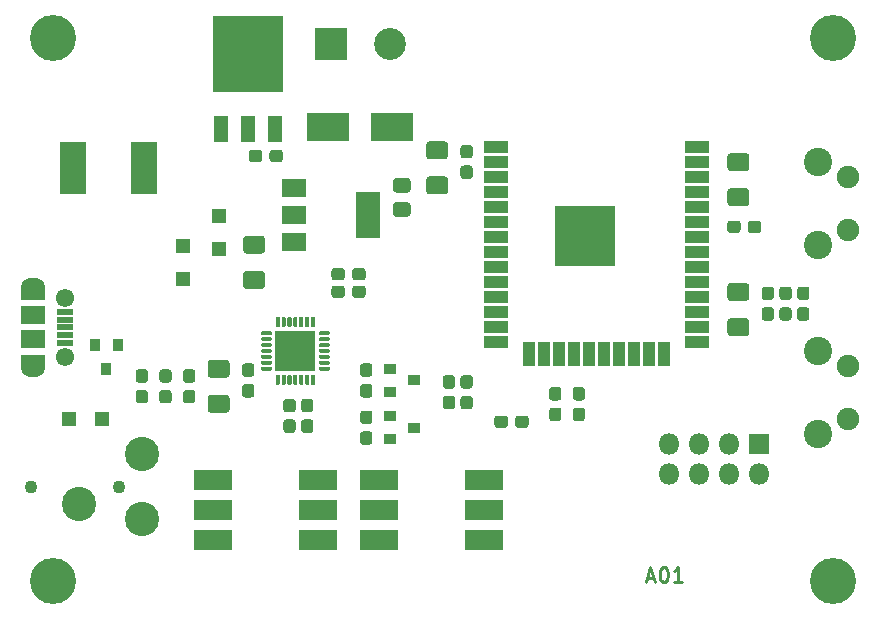
<source format=gbr>
%TF.GenerationSoftware,KiCad,Pcbnew,(5.1.6)-1*%
%TF.CreationDate,2020-08-23T15:49:18+02:00*%
%TF.ProjectId,ESP32MiniDrop,45535033-324d-4696-9e69-44726f702e6b,rev?*%
%TF.SameCoordinates,Original*%
%TF.FileFunction,Soldermask,Top*%
%TF.FilePolarity,Negative*%
%FSLAX46Y46*%
G04 Gerber Fmt 4.6, Leading zero omitted, Abs format (unit mm)*
G04 Created by KiCad (PCBNEW (5.1.6)-1) date 2020-08-23 15:49:18*
%MOMM*%
%LPD*%
G01*
G04 APERTURE LIST*
%ADD10C,0.250000*%
%ADD11C,1.900000*%
%ADD12C,2.400000*%
%ADD13O,1.800000X1.800000*%
%ADD14R,1.800000X1.800000*%
%ADD15C,2.700000*%
%ADD16R,2.700000X2.700000*%
%ADD17C,1.100000*%
%ADD18C,2.900000*%
%ADD19C,3.900000*%
%ADD20R,1.200000X1.200000*%
%ADD21R,0.900000X1.000000*%
%ADD22R,3.600000X2.400000*%
%ADD23R,1.450000X0.500000*%
%ADD24O,2.000000X1.300000*%
%ADD25R,2.000000X1.300000*%
%ADD26C,1.550000*%
%ADD27R,2.000000X1.600000*%
%ADD28R,2.300000X4.500000*%
%ADD29R,1.000000X0.900000*%
%ADD30R,3.450000X3.450000*%
%ADD31R,2.100000X1.000000*%
%ADD32R,1.000000X2.100000*%
%ADD33R,5.100000X5.100000*%
%ADD34R,2.100000X1.600000*%
%ADD35R,2.100000X3.900000*%
%ADD36R,3.200000X1.700000*%
%ADD37R,5.900000X6.500000*%
%ADD38R,1.300000X2.300000*%
G04 APERTURE END LIST*
D10*
X54261904Y-49708333D02*
X54857142Y-49708333D01*
X54142857Y-50065476D02*
X54559523Y-48815476D01*
X54976190Y-50065476D01*
X55630952Y-48815476D02*
X55750000Y-48815476D01*
X55869047Y-48875000D01*
X55928571Y-48934523D01*
X55988095Y-49053571D01*
X56047619Y-49291666D01*
X56047619Y-49589285D01*
X55988095Y-49827380D01*
X55928571Y-49946428D01*
X55869047Y-50005952D01*
X55750000Y-50065476D01*
X55630952Y-50065476D01*
X55511904Y-50005952D01*
X55452380Y-49946428D01*
X55392857Y-49827380D01*
X55333333Y-49589285D01*
X55333333Y-49291666D01*
X55392857Y-49053571D01*
X55452380Y-48934523D01*
X55511904Y-48875000D01*
X55630952Y-48815476D01*
X57238095Y-50065476D02*
X56523809Y-50065476D01*
X56880952Y-50065476D02*
X56880952Y-48815476D01*
X56761904Y-48994047D01*
X56642857Y-49113095D01*
X56523809Y-49172619D01*
D11*
%TO.C,SW1*%
X71245000Y-31750000D03*
X71245000Y-36250000D03*
D12*
X68755000Y-30495000D03*
X68755000Y-37505000D03*
%TD*%
D13*
%TO.C,J5*%
X56134000Y-40894000D03*
X56134000Y-38354000D03*
X58674000Y-40894000D03*
X58674000Y-38354000D03*
X61214000Y-40894000D03*
X61214000Y-38354000D03*
X63754000Y-40894000D03*
D14*
X63754000Y-38354000D03*
%TD*%
D15*
%TO.C,J4*%
X32500000Y-4500000D03*
D16*
X27500000Y-4500000D03*
%TD*%
D17*
%TO.C,J3*%
X2100000Y-42000000D03*
X9600000Y-42000000D03*
D18*
X11500000Y-39250000D03*
X11500000Y-44750000D03*
X6200000Y-43500000D03*
%TD*%
D19*
%TO.C,REF\u002A\u002A*%
X4000000Y-4000000D03*
%TD*%
%TO.C,C2*%
G36*
G01*
X18657456Y-32775000D02*
X17342544Y-32775000D01*
G75*
G02*
X17075000Y-32507456I0J267544D01*
G01*
X17075000Y-31517544D01*
G75*
G02*
X17342544Y-31250000I267544J0D01*
G01*
X18657456Y-31250000D01*
G75*
G02*
X18925000Y-31517544I0J-267544D01*
G01*
X18925000Y-32507456D01*
G75*
G02*
X18657456Y-32775000I-267544J0D01*
G01*
G37*
G36*
G01*
X18657456Y-35750000D02*
X17342544Y-35750000D01*
G75*
G02*
X17075000Y-35482456I0J267544D01*
G01*
X17075000Y-34492544D01*
G75*
G02*
X17342544Y-34225000I267544J0D01*
G01*
X18657456Y-34225000D01*
G75*
G02*
X18925000Y-34492544I0J-267544D01*
G01*
X18925000Y-35482456D01*
G75*
G02*
X18657456Y-35750000I-267544J0D01*
G01*
G37*
%TD*%
%TO.C,C3*%
G36*
G01*
X20237500Y-33300000D02*
X20762500Y-33300000D01*
G75*
G02*
X21025000Y-33562500I0J-262500D01*
G01*
X21025000Y-34187500D01*
G75*
G02*
X20762500Y-34450000I-262500J0D01*
G01*
X20237500Y-34450000D01*
G75*
G02*
X19975000Y-34187500I0J262500D01*
G01*
X19975000Y-33562500D01*
G75*
G02*
X20237500Y-33300000I262500J0D01*
G01*
G37*
G36*
G01*
X20237500Y-31550000D02*
X20762500Y-31550000D01*
G75*
G02*
X21025000Y-31812500I0J-262500D01*
G01*
X21025000Y-32437500D01*
G75*
G02*
X20762500Y-32700000I-262500J0D01*
G01*
X20237500Y-32700000D01*
G75*
G02*
X19975000Y-32437500I0J262500D01*
G01*
X19975000Y-31812500D01*
G75*
G02*
X20237500Y-31550000I262500J0D01*
G01*
G37*
%TD*%
%TO.C,C4*%
G36*
G01*
X39262500Y-33700000D02*
X38737500Y-33700000D01*
G75*
G02*
X38475000Y-33437500I0J262500D01*
G01*
X38475000Y-32812500D01*
G75*
G02*
X38737500Y-32550000I262500J0D01*
G01*
X39262500Y-32550000D01*
G75*
G02*
X39525000Y-32812500I0J-262500D01*
G01*
X39525000Y-33437500D01*
G75*
G02*
X39262500Y-33700000I-262500J0D01*
G01*
G37*
G36*
G01*
X39262500Y-35450000D02*
X38737500Y-35450000D01*
G75*
G02*
X38475000Y-35187500I0J262500D01*
G01*
X38475000Y-34562500D01*
G75*
G02*
X38737500Y-34300000I262500J0D01*
G01*
X39262500Y-34300000D01*
G75*
G02*
X39525000Y-34562500I0J-262500D01*
G01*
X39525000Y-35187500D01*
G75*
G02*
X39262500Y-35450000I-262500J0D01*
G01*
G37*
%TD*%
%TO.C,C5*%
G36*
G01*
X35842544Y-15725000D02*
X37157456Y-15725000D01*
G75*
G02*
X37425000Y-15992544I0J-267544D01*
G01*
X37425000Y-16982456D01*
G75*
G02*
X37157456Y-17250000I-267544J0D01*
G01*
X35842544Y-17250000D01*
G75*
G02*
X35575000Y-16982456I0J267544D01*
G01*
X35575000Y-15992544D01*
G75*
G02*
X35842544Y-15725000I267544J0D01*
G01*
G37*
G36*
G01*
X35842544Y-12750000D02*
X37157456Y-12750000D01*
G75*
G02*
X37425000Y-13017544I0J-267544D01*
G01*
X37425000Y-14007456D01*
G75*
G02*
X37157456Y-14275000I-267544J0D01*
G01*
X35842544Y-14275000D01*
G75*
G02*
X35575000Y-14007456I0J267544D01*
G01*
X35575000Y-13017544D01*
G75*
G02*
X35842544Y-12750000I267544J0D01*
G01*
G37*
%TD*%
%TO.C,C6*%
G36*
G01*
X67762500Y-26200000D02*
X67237500Y-26200000D01*
G75*
G02*
X66975000Y-25937500I0J262500D01*
G01*
X66975000Y-25312500D01*
G75*
G02*
X67237500Y-25050000I262500J0D01*
G01*
X67762500Y-25050000D01*
G75*
G02*
X68025000Y-25312500I0J-262500D01*
G01*
X68025000Y-25937500D01*
G75*
G02*
X67762500Y-26200000I-262500J0D01*
G01*
G37*
G36*
G01*
X67762500Y-27950000D02*
X67237500Y-27950000D01*
G75*
G02*
X66975000Y-27687500I0J262500D01*
G01*
X66975000Y-27062500D01*
G75*
G02*
X67237500Y-26800000I262500J0D01*
G01*
X67762500Y-26800000D01*
G75*
G02*
X68025000Y-27062500I0J-262500D01*
G01*
X68025000Y-27687500D01*
G75*
G02*
X67762500Y-27950000I-262500J0D01*
G01*
G37*
%TD*%
%TO.C,C7*%
G36*
G01*
X21657456Y-22275000D02*
X20342544Y-22275000D01*
G75*
G02*
X20075000Y-22007456I0J267544D01*
G01*
X20075000Y-21017544D01*
G75*
G02*
X20342544Y-20750000I267544J0D01*
G01*
X21657456Y-20750000D01*
G75*
G02*
X21925000Y-21017544I0J-267544D01*
G01*
X21925000Y-22007456D01*
G75*
G02*
X21657456Y-22275000I-267544J0D01*
G01*
G37*
G36*
G01*
X21657456Y-25250000D02*
X20342544Y-25250000D01*
G75*
G02*
X20075000Y-24982456I0J267544D01*
G01*
X20075000Y-23992544D01*
G75*
G02*
X20342544Y-23725000I267544J0D01*
G01*
X21657456Y-23725000D01*
G75*
G02*
X21925000Y-23992544I0J-267544D01*
G01*
X21925000Y-24982456D01*
G75*
G02*
X21657456Y-25250000I-267544J0D01*
G01*
G37*
%TD*%
%TO.C,C8*%
G36*
G01*
X39262500Y-14200000D02*
X38737500Y-14200000D01*
G75*
G02*
X38475000Y-13937500I0J262500D01*
G01*
X38475000Y-13312500D01*
G75*
G02*
X38737500Y-13050000I262500J0D01*
G01*
X39262500Y-13050000D01*
G75*
G02*
X39525000Y-13312500I0J-262500D01*
G01*
X39525000Y-13937500D01*
G75*
G02*
X39262500Y-14200000I-262500J0D01*
G01*
G37*
G36*
G01*
X39262500Y-15950000D02*
X38737500Y-15950000D01*
G75*
G02*
X38475000Y-15687500I0J262500D01*
G01*
X38475000Y-15062500D01*
G75*
G02*
X38737500Y-14800000I262500J0D01*
G01*
X39262500Y-14800000D01*
G75*
G02*
X39525000Y-15062500I0J-262500D01*
G01*
X39525000Y-15687500D01*
G75*
G02*
X39262500Y-15950000I-262500J0D01*
G01*
G37*
%TD*%
%TO.C,C9*%
G36*
G01*
X33978262Y-17100000D02*
X33021738Y-17100000D01*
G75*
G02*
X32750000Y-16828262I0J271738D01*
G01*
X32750000Y-16121738D01*
G75*
G02*
X33021738Y-15850000I271738J0D01*
G01*
X33978262Y-15850000D01*
G75*
G02*
X34250000Y-16121738I0J-271738D01*
G01*
X34250000Y-16828262D01*
G75*
G02*
X33978262Y-17100000I-271738J0D01*
G01*
G37*
G36*
G01*
X33978262Y-19150000D02*
X33021738Y-19150000D01*
G75*
G02*
X32750000Y-18878262I0J271738D01*
G01*
X32750000Y-18171738D01*
G75*
G02*
X33021738Y-17900000I271738J0D01*
G01*
X33978262Y-17900000D01*
G75*
G02*
X34250000Y-18171738I0J-271738D01*
G01*
X34250000Y-18878262D01*
G75*
G02*
X33978262Y-19150000I-271738J0D01*
G01*
G37*
%TD*%
D20*
%TO.C,D1*%
X5350000Y-36250000D03*
X8150000Y-36250000D03*
%TD*%
D21*
%TO.C,D2*%
X8500000Y-32000000D03*
X7550000Y-30000000D03*
X9450000Y-30000000D03*
%TD*%
%TO.C,D3*%
G36*
G01*
X62657456Y-26275000D02*
X61342544Y-26275000D01*
G75*
G02*
X61075000Y-26007456I0J267544D01*
G01*
X61075000Y-25017544D01*
G75*
G02*
X61342544Y-24750000I267544J0D01*
G01*
X62657456Y-24750000D01*
G75*
G02*
X62925000Y-25017544I0J-267544D01*
G01*
X62925000Y-26007456D01*
G75*
G02*
X62657456Y-26275000I-267544J0D01*
G01*
G37*
G36*
G01*
X62657456Y-29250000D02*
X61342544Y-29250000D01*
G75*
G02*
X61075000Y-28982456I0J267544D01*
G01*
X61075000Y-27992544D01*
G75*
G02*
X61342544Y-27725000I267544J0D01*
G01*
X62657456Y-27725000D01*
G75*
G02*
X62925000Y-27992544I0J-267544D01*
G01*
X62925000Y-28982456D01*
G75*
G02*
X62657456Y-29250000I-267544J0D01*
G01*
G37*
%TD*%
%TO.C,D4*%
G36*
G01*
X61342544Y-16725000D02*
X62657456Y-16725000D01*
G75*
G02*
X62925000Y-16992544I0J-267544D01*
G01*
X62925000Y-17982456D01*
G75*
G02*
X62657456Y-18250000I-267544J0D01*
G01*
X61342544Y-18250000D01*
G75*
G02*
X61075000Y-17982456I0J267544D01*
G01*
X61075000Y-16992544D01*
G75*
G02*
X61342544Y-16725000I267544J0D01*
G01*
G37*
G36*
G01*
X61342544Y-13750000D02*
X62657456Y-13750000D01*
G75*
G02*
X62925000Y-14017544I0J-267544D01*
G01*
X62925000Y-15007456D01*
G75*
G02*
X62657456Y-15275000I-267544J0D01*
G01*
X61342544Y-15275000D01*
G75*
G02*
X61075000Y-15007456I0J267544D01*
G01*
X61075000Y-14017544D01*
G75*
G02*
X61342544Y-13750000I267544J0D01*
G01*
G37*
%TD*%
D20*
%TO.C,D5*%
X15000000Y-24400000D03*
X15000000Y-21600000D03*
%TD*%
%TO.C,D6*%
X18000000Y-19100000D03*
X18000000Y-21900000D03*
%TD*%
D22*
%TO.C,D7*%
X32700000Y-11500000D03*
X27300000Y-11500000D03*
%TD*%
D23*
%TO.C,J1*%
X4962500Y-28500000D03*
D24*
X2262500Y-25000000D03*
X2262500Y-32000000D03*
D25*
X2262500Y-31400000D03*
X2262500Y-25600000D03*
D23*
X4962500Y-29150000D03*
D26*
X4962500Y-31000000D03*
D27*
X2262500Y-27500000D03*
D26*
X4962500Y-26000000D03*
D23*
X4962500Y-27850000D03*
D27*
X2262500Y-29500000D03*
D23*
X4962500Y-27200000D03*
X4962500Y-29800000D03*
%TD*%
D28*
%TO.C,J2*%
X5700000Y-15000000D03*
X11700000Y-15000000D03*
%TD*%
D29*
%TO.C,Q1*%
X34500000Y-33000000D03*
X32500000Y-33950000D03*
X32500000Y-32050000D03*
%TD*%
%TO.C,Q2*%
X34500000Y-37000000D03*
X32500000Y-37950000D03*
X32500000Y-36050000D03*
%TD*%
%TO.C,R1*%
G36*
G01*
X30762500Y-36700000D02*
X30237500Y-36700000D01*
G75*
G02*
X29975000Y-36437500I0J262500D01*
G01*
X29975000Y-35812500D01*
G75*
G02*
X30237500Y-35550000I262500J0D01*
G01*
X30762500Y-35550000D01*
G75*
G02*
X31025000Y-35812500I0J-262500D01*
G01*
X31025000Y-36437500D01*
G75*
G02*
X30762500Y-36700000I-262500J0D01*
G01*
G37*
G36*
G01*
X30762500Y-38450000D02*
X30237500Y-38450000D01*
G75*
G02*
X29975000Y-38187500I0J262500D01*
G01*
X29975000Y-37562500D01*
G75*
G02*
X30237500Y-37300000I262500J0D01*
G01*
X30762500Y-37300000D01*
G75*
G02*
X31025000Y-37562500I0J-262500D01*
G01*
X31025000Y-38187500D01*
G75*
G02*
X30762500Y-38450000I-262500J0D01*
G01*
G37*
%TD*%
%TO.C,R2*%
G36*
G01*
X30762500Y-32700000D02*
X30237500Y-32700000D01*
G75*
G02*
X29975000Y-32437500I0J262500D01*
G01*
X29975000Y-31812500D01*
G75*
G02*
X30237500Y-31550000I262500J0D01*
G01*
X30762500Y-31550000D01*
G75*
G02*
X31025000Y-31812500I0J-262500D01*
G01*
X31025000Y-32437500D01*
G75*
G02*
X30762500Y-32700000I-262500J0D01*
G01*
G37*
G36*
G01*
X30762500Y-34450000D02*
X30237500Y-34450000D01*
G75*
G02*
X29975000Y-34187500I0J262500D01*
G01*
X29975000Y-33562500D01*
G75*
G02*
X30237500Y-33300000I262500J0D01*
G01*
X30762500Y-33300000D01*
G75*
G02*
X31025000Y-33562500I0J-262500D01*
G01*
X31025000Y-34187500D01*
G75*
G02*
X30762500Y-34450000I-262500J0D01*
G01*
G37*
%TD*%
%TO.C,R3*%
G36*
G01*
X13762500Y-33200000D02*
X13237500Y-33200000D01*
G75*
G02*
X12975000Y-32937500I0J262500D01*
G01*
X12975000Y-32312500D01*
G75*
G02*
X13237500Y-32050000I262500J0D01*
G01*
X13762500Y-32050000D01*
G75*
G02*
X14025000Y-32312500I0J-262500D01*
G01*
X14025000Y-32937500D01*
G75*
G02*
X13762500Y-33200000I-262500J0D01*
G01*
G37*
G36*
G01*
X13762500Y-34950000D02*
X13237500Y-34950000D01*
G75*
G02*
X12975000Y-34687500I0J262500D01*
G01*
X12975000Y-34062500D01*
G75*
G02*
X13237500Y-33800000I262500J0D01*
G01*
X13762500Y-33800000D01*
G75*
G02*
X14025000Y-34062500I0J-262500D01*
G01*
X14025000Y-34687500D01*
G75*
G02*
X13762500Y-34950000I-262500J0D01*
G01*
G37*
%TD*%
%TO.C,R4*%
G36*
G01*
X15237500Y-33800000D02*
X15762500Y-33800000D01*
G75*
G02*
X16025000Y-34062500I0J-262500D01*
G01*
X16025000Y-34687500D01*
G75*
G02*
X15762500Y-34950000I-262500J0D01*
G01*
X15237500Y-34950000D01*
G75*
G02*
X14975000Y-34687500I0J262500D01*
G01*
X14975000Y-34062500D01*
G75*
G02*
X15237500Y-33800000I262500J0D01*
G01*
G37*
G36*
G01*
X15237500Y-32050000D02*
X15762500Y-32050000D01*
G75*
G02*
X16025000Y-32312500I0J-262500D01*
G01*
X16025000Y-32937500D01*
G75*
G02*
X15762500Y-33200000I-262500J0D01*
G01*
X15237500Y-33200000D01*
G75*
G02*
X14975000Y-32937500I0J262500D01*
G01*
X14975000Y-32312500D01*
G75*
G02*
X15237500Y-32050000I262500J0D01*
G01*
G37*
%TD*%
%TO.C,R5*%
G36*
G01*
X24262500Y-35700000D02*
X23737500Y-35700000D01*
G75*
G02*
X23475000Y-35437500I0J262500D01*
G01*
X23475000Y-34812500D01*
G75*
G02*
X23737500Y-34550000I262500J0D01*
G01*
X24262500Y-34550000D01*
G75*
G02*
X24525000Y-34812500I0J-262500D01*
G01*
X24525000Y-35437500D01*
G75*
G02*
X24262500Y-35700000I-262500J0D01*
G01*
G37*
G36*
G01*
X24262500Y-37450000D02*
X23737500Y-37450000D01*
G75*
G02*
X23475000Y-37187500I0J262500D01*
G01*
X23475000Y-36562500D01*
G75*
G02*
X23737500Y-36300000I262500J0D01*
G01*
X24262500Y-36300000D01*
G75*
G02*
X24525000Y-36562500I0J-262500D01*
G01*
X24525000Y-37187500D01*
G75*
G02*
X24262500Y-37450000I-262500J0D01*
G01*
G37*
%TD*%
%TO.C,R6*%
G36*
G01*
X42500000Y-36237500D02*
X42500000Y-36762500D01*
G75*
G02*
X42237500Y-37025000I-262500J0D01*
G01*
X41612500Y-37025000D01*
G75*
G02*
X41350000Y-36762500I0J262500D01*
G01*
X41350000Y-36237500D01*
G75*
G02*
X41612500Y-35975000I262500J0D01*
G01*
X42237500Y-35975000D01*
G75*
G02*
X42500000Y-36237500I0J-262500D01*
G01*
G37*
G36*
G01*
X44250000Y-36237500D02*
X44250000Y-36762500D01*
G75*
G02*
X43987500Y-37025000I-262500J0D01*
G01*
X43362500Y-37025000D01*
G75*
G02*
X43100000Y-36762500I0J262500D01*
G01*
X43100000Y-36237500D01*
G75*
G02*
X43362500Y-35975000I262500J0D01*
G01*
X43987500Y-35975000D01*
G75*
G02*
X44250000Y-36237500I0J-262500D01*
G01*
G37*
%TD*%
%TO.C,R7*%
G36*
G01*
X37762500Y-33700000D02*
X37237500Y-33700000D01*
G75*
G02*
X36975000Y-33437500I0J262500D01*
G01*
X36975000Y-32812500D01*
G75*
G02*
X37237500Y-32550000I262500J0D01*
G01*
X37762500Y-32550000D01*
G75*
G02*
X38025000Y-32812500I0J-262500D01*
G01*
X38025000Y-33437500D01*
G75*
G02*
X37762500Y-33700000I-262500J0D01*
G01*
G37*
G36*
G01*
X37762500Y-35450000D02*
X37237500Y-35450000D01*
G75*
G02*
X36975000Y-35187500I0J262500D01*
G01*
X36975000Y-34562500D01*
G75*
G02*
X37237500Y-34300000I262500J0D01*
G01*
X37762500Y-34300000D01*
G75*
G02*
X38025000Y-34562500I0J-262500D01*
G01*
X38025000Y-35187500D01*
G75*
G02*
X37762500Y-35450000I-262500J0D01*
G01*
G37*
%TD*%
%TO.C,R8*%
G36*
G01*
X28700000Y-25237500D02*
X28700000Y-25762500D01*
G75*
G02*
X28437500Y-26025000I-262500J0D01*
G01*
X27812500Y-26025000D01*
G75*
G02*
X27550000Y-25762500I0J262500D01*
G01*
X27550000Y-25237500D01*
G75*
G02*
X27812500Y-24975000I262500J0D01*
G01*
X28437500Y-24975000D01*
G75*
G02*
X28700000Y-25237500I0J-262500D01*
G01*
G37*
G36*
G01*
X30450000Y-25237500D02*
X30450000Y-25762500D01*
G75*
G02*
X30187500Y-26025000I-262500J0D01*
G01*
X29562500Y-26025000D01*
G75*
G02*
X29300000Y-25762500I0J262500D01*
G01*
X29300000Y-25237500D01*
G75*
G02*
X29562500Y-24975000I262500J0D01*
G01*
X30187500Y-24975000D01*
G75*
G02*
X30450000Y-25237500I0J-262500D01*
G01*
G37*
%TD*%
%TO.C,R9*%
G36*
G01*
X28700000Y-23737500D02*
X28700000Y-24262500D01*
G75*
G02*
X28437500Y-24525000I-262500J0D01*
G01*
X27812500Y-24525000D01*
G75*
G02*
X27550000Y-24262500I0J262500D01*
G01*
X27550000Y-23737500D01*
G75*
G02*
X27812500Y-23475000I262500J0D01*
G01*
X28437500Y-23475000D01*
G75*
G02*
X28700000Y-23737500I0J-262500D01*
G01*
G37*
G36*
G01*
X30450000Y-23737500D02*
X30450000Y-24262500D01*
G75*
G02*
X30187500Y-24525000I-262500J0D01*
G01*
X29562500Y-24525000D01*
G75*
G02*
X29300000Y-24262500I0J262500D01*
G01*
X29300000Y-23737500D01*
G75*
G02*
X29562500Y-23475000I262500J0D01*
G01*
X30187500Y-23475000D01*
G75*
G02*
X30450000Y-23737500I0J-262500D01*
G01*
G37*
%TD*%
%TO.C,R10*%
G36*
G01*
X25762500Y-35700000D02*
X25237500Y-35700000D01*
G75*
G02*
X24975000Y-35437500I0J262500D01*
G01*
X24975000Y-34812500D01*
G75*
G02*
X25237500Y-34550000I262500J0D01*
G01*
X25762500Y-34550000D01*
G75*
G02*
X26025000Y-34812500I0J-262500D01*
G01*
X26025000Y-35437500D01*
G75*
G02*
X25762500Y-35700000I-262500J0D01*
G01*
G37*
G36*
G01*
X25762500Y-37450000D02*
X25237500Y-37450000D01*
G75*
G02*
X24975000Y-37187500I0J262500D01*
G01*
X24975000Y-36562500D01*
G75*
G02*
X25237500Y-36300000I262500J0D01*
G01*
X25762500Y-36300000D01*
G75*
G02*
X26025000Y-36562500I0J-262500D01*
G01*
X26025000Y-37187500D01*
G75*
G02*
X25762500Y-37450000I-262500J0D01*
G01*
G37*
%TD*%
%TO.C,R13*%
G36*
G01*
X66262500Y-26200000D02*
X65737500Y-26200000D01*
G75*
G02*
X65475000Y-25937500I0J262500D01*
G01*
X65475000Y-25312500D01*
G75*
G02*
X65737500Y-25050000I262500J0D01*
G01*
X66262500Y-25050000D01*
G75*
G02*
X66525000Y-25312500I0J-262500D01*
G01*
X66525000Y-25937500D01*
G75*
G02*
X66262500Y-26200000I-262500J0D01*
G01*
G37*
G36*
G01*
X66262500Y-27950000D02*
X65737500Y-27950000D01*
G75*
G02*
X65475000Y-27687500I0J262500D01*
G01*
X65475000Y-27062500D01*
G75*
G02*
X65737500Y-26800000I262500J0D01*
G01*
X66262500Y-26800000D01*
G75*
G02*
X66525000Y-27062500I0J-262500D01*
G01*
X66525000Y-27687500D01*
G75*
G02*
X66262500Y-27950000I-262500J0D01*
G01*
G37*
%TD*%
%TO.C,R16*%
G36*
G01*
X22300000Y-14262500D02*
X22300000Y-13737500D01*
G75*
G02*
X22562500Y-13475000I262500J0D01*
G01*
X23187500Y-13475000D01*
G75*
G02*
X23450000Y-13737500I0J-262500D01*
G01*
X23450000Y-14262500D01*
G75*
G02*
X23187500Y-14525000I-262500J0D01*
G01*
X22562500Y-14525000D01*
G75*
G02*
X22300000Y-14262500I0J262500D01*
G01*
G37*
G36*
G01*
X20550000Y-14262500D02*
X20550000Y-13737500D01*
G75*
G02*
X20812500Y-13475000I262500J0D01*
G01*
X21437500Y-13475000D01*
G75*
G02*
X21700000Y-13737500I0J-262500D01*
G01*
X21700000Y-14262500D01*
G75*
G02*
X21437500Y-14525000I-262500J0D01*
G01*
X20812500Y-14525000D01*
G75*
G02*
X20550000Y-14262500I0J262500D01*
G01*
G37*
%TD*%
D11*
%TO.C,SW2*%
X71245000Y-15750000D03*
X71245000Y-20250000D03*
D12*
X68755000Y-14495000D03*
X68755000Y-21505000D03*
%TD*%
D30*
%TO.C,U1*%
X24500000Y-30500000D03*
G36*
G01*
X22825000Y-28412500D02*
X22825000Y-27687500D01*
G75*
G02*
X22912500Y-27600000I87500J0D01*
G01*
X23087500Y-27600000D01*
G75*
G02*
X23175000Y-27687500I0J-87500D01*
G01*
X23175000Y-28412500D01*
G75*
G02*
X23087500Y-28500000I-87500J0D01*
G01*
X22912500Y-28500000D01*
G75*
G02*
X22825000Y-28412500I0J87500D01*
G01*
G37*
G36*
G01*
X23325000Y-28412500D02*
X23325000Y-27687500D01*
G75*
G02*
X23412500Y-27600000I87500J0D01*
G01*
X23587500Y-27600000D01*
G75*
G02*
X23675000Y-27687500I0J-87500D01*
G01*
X23675000Y-28412500D01*
G75*
G02*
X23587500Y-28500000I-87500J0D01*
G01*
X23412500Y-28500000D01*
G75*
G02*
X23325000Y-28412500I0J87500D01*
G01*
G37*
G36*
G01*
X23825000Y-28412500D02*
X23825000Y-27687500D01*
G75*
G02*
X23912500Y-27600000I87500J0D01*
G01*
X24087500Y-27600000D01*
G75*
G02*
X24175000Y-27687500I0J-87500D01*
G01*
X24175000Y-28412500D01*
G75*
G02*
X24087500Y-28500000I-87500J0D01*
G01*
X23912500Y-28500000D01*
G75*
G02*
X23825000Y-28412500I0J87500D01*
G01*
G37*
G36*
G01*
X24325000Y-28412500D02*
X24325000Y-27687500D01*
G75*
G02*
X24412500Y-27600000I87500J0D01*
G01*
X24587500Y-27600000D01*
G75*
G02*
X24675000Y-27687500I0J-87500D01*
G01*
X24675000Y-28412500D01*
G75*
G02*
X24587500Y-28500000I-87500J0D01*
G01*
X24412500Y-28500000D01*
G75*
G02*
X24325000Y-28412500I0J87500D01*
G01*
G37*
G36*
G01*
X24825000Y-28412500D02*
X24825000Y-27687500D01*
G75*
G02*
X24912500Y-27600000I87500J0D01*
G01*
X25087500Y-27600000D01*
G75*
G02*
X25175000Y-27687500I0J-87500D01*
G01*
X25175000Y-28412500D01*
G75*
G02*
X25087500Y-28500000I-87500J0D01*
G01*
X24912500Y-28500000D01*
G75*
G02*
X24825000Y-28412500I0J87500D01*
G01*
G37*
G36*
G01*
X25325000Y-28412500D02*
X25325000Y-27687500D01*
G75*
G02*
X25412500Y-27600000I87500J0D01*
G01*
X25587500Y-27600000D01*
G75*
G02*
X25675000Y-27687500I0J-87500D01*
G01*
X25675000Y-28412500D01*
G75*
G02*
X25587500Y-28500000I-87500J0D01*
G01*
X25412500Y-28500000D01*
G75*
G02*
X25325000Y-28412500I0J87500D01*
G01*
G37*
G36*
G01*
X25825000Y-28412500D02*
X25825000Y-27687500D01*
G75*
G02*
X25912500Y-27600000I87500J0D01*
G01*
X26087500Y-27600000D01*
G75*
G02*
X26175000Y-27687500I0J-87500D01*
G01*
X26175000Y-28412500D01*
G75*
G02*
X26087500Y-28500000I-87500J0D01*
G01*
X25912500Y-28500000D01*
G75*
G02*
X25825000Y-28412500I0J87500D01*
G01*
G37*
G36*
G01*
X26500000Y-29087500D02*
X26500000Y-28912500D01*
G75*
G02*
X26587500Y-28825000I87500J0D01*
G01*
X27312500Y-28825000D01*
G75*
G02*
X27400000Y-28912500I0J-87500D01*
G01*
X27400000Y-29087500D01*
G75*
G02*
X27312500Y-29175000I-87500J0D01*
G01*
X26587500Y-29175000D01*
G75*
G02*
X26500000Y-29087500I0J87500D01*
G01*
G37*
G36*
G01*
X26500000Y-29587500D02*
X26500000Y-29412500D01*
G75*
G02*
X26587500Y-29325000I87500J0D01*
G01*
X27312500Y-29325000D01*
G75*
G02*
X27400000Y-29412500I0J-87500D01*
G01*
X27400000Y-29587500D01*
G75*
G02*
X27312500Y-29675000I-87500J0D01*
G01*
X26587500Y-29675000D01*
G75*
G02*
X26500000Y-29587500I0J87500D01*
G01*
G37*
G36*
G01*
X26500000Y-30087500D02*
X26500000Y-29912500D01*
G75*
G02*
X26587500Y-29825000I87500J0D01*
G01*
X27312500Y-29825000D01*
G75*
G02*
X27400000Y-29912500I0J-87500D01*
G01*
X27400000Y-30087500D01*
G75*
G02*
X27312500Y-30175000I-87500J0D01*
G01*
X26587500Y-30175000D01*
G75*
G02*
X26500000Y-30087500I0J87500D01*
G01*
G37*
G36*
G01*
X26500000Y-30587500D02*
X26500000Y-30412500D01*
G75*
G02*
X26587500Y-30325000I87500J0D01*
G01*
X27312500Y-30325000D01*
G75*
G02*
X27400000Y-30412500I0J-87500D01*
G01*
X27400000Y-30587500D01*
G75*
G02*
X27312500Y-30675000I-87500J0D01*
G01*
X26587500Y-30675000D01*
G75*
G02*
X26500000Y-30587500I0J87500D01*
G01*
G37*
G36*
G01*
X26500000Y-31087500D02*
X26500000Y-30912500D01*
G75*
G02*
X26587500Y-30825000I87500J0D01*
G01*
X27312500Y-30825000D01*
G75*
G02*
X27400000Y-30912500I0J-87500D01*
G01*
X27400000Y-31087500D01*
G75*
G02*
X27312500Y-31175000I-87500J0D01*
G01*
X26587500Y-31175000D01*
G75*
G02*
X26500000Y-31087500I0J87500D01*
G01*
G37*
G36*
G01*
X26500000Y-31587500D02*
X26500000Y-31412500D01*
G75*
G02*
X26587500Y-31325000I87500J0D01*
G01*
X27312500Y-31325000D01*
G75*
G02*
X27400000Y-31412500I0J-87500D01*
G01*
X27400000Y-31587500D01*
G75*
G02*
X27312500Y-31675000I-87500J0D01*
G01*
X26587500Y-31675000D01*
G75*
G02*
X26500000Y-31587500I0J87500D01*
G01*
G37*
G36*
G01*
X26500000Y-32087500D02*
X26500000Y-31912500D01*
G75*
G02*
X26587500Y-31825000I87500J0D01*
G01*
X27312500Y-31825000D01*
G75*
G02*
X27400000Y-31912500I0J-87500D01*
G01*
X27400000Y-32087500D01*
G75*
G02*
X27312500Y-32175000I-87500J0D01*
G01*
X26587500Y-32175000D01*
G75*
G02*
X26500000Y-32087500I0J87500D01*
G01*
G37*
G36*
G01*
X25825000Y-33312500D02*
X25825000Y-32587500D01*
G75*
G02*
X25912500Y-32500000I87500J0D01*
G01*
X26087500Y-32500000D01*
G75*
G02*
X26175000Y-32587500I0J-87500D01*
G01*
X26175000Y-33312500D01*
G75*
G02*
X26087500Y-33400000I-87500J0D01*
G01*
X25912500Y-33400000D01*
G75*
G02*
X25825000Y-33312500I0J87500D01*
G01*
G37*
G36*
G01*
X25325000Y-33312500D02*
X25325000Y-32587500D01*
G75*
G02*
X25412500Y-32500000I87500J0D01*
G01*
X25587500Y-32500000D01*
G75*
G02*
X25675000Y-32587500I0J-87500D01*
G01*
X25675000Y-33312500D01*
G75*
G02*
X25587500Y-33400000I-87500J0D01*
G01*
X25412500Y-33400000D01*
G75*
G02*
X25325000Y-33312500I0J87500D01*
G01*
G37*
G36*
G01*
X24825000Y-33312500D02*
X24825000Y-32587500D01*
G75*
G02*
X24912500Y-32500000I87500J0D01*
G01*
X25087500Y-32500000D01*
G75*
G02*
X25175000Y-32587500I0J-87500D01*
G01*
X25175000Y-33312500D01*
G75*
G02*
X25087500Y-33400000I-87500J0D01*
G01*
X24912500Y-33400000D01*
G75*
G02*
X24825000Y-33312500I0J87500D01*
G01*
G37*
G36*
G01*
X24325000Y-33312500D02*
X24325000Y-32587500D01*
G75*
G02*
X24412500Y-32500000I87500J0D01*
G01*
X24587500Y-32500000D01*
G75*
G02*
X24675000Y-32587500I0J-87500D01*
G01*
X24675000Y-33312500D01*
G75*
G02*
X24587500Y-33400000I-87500J0D01*
G01*
X24412500Y-33400000D01*
G75*
G02*
X24325000Y-33312500I0J87500D01*
G01*
G37*
G36*
G01*
X23825000Y-33312500D02*
X23825000Y-32587500D01*
G75*
G02*
X23912500Y-32500000I87500J0D01*
G01*
X24087500Y-32500000D01*
G75*
G02*
X24175000Y-32587500I0J-87500D01*
G01*
X24175000Y-33312500D01*
G75*
G02*
X24087500Y-33400000I-87500J0D01*
G01*
X23912500Y-33400000D01*
G75*
G02*
X23825000Y-33312500I0J87500D01*
G01*
G37*
G36*
G01*
X23325000Y-33312500D02*
X23325000Y-32587500D01*
G75*
G02*
X23412500Y-32500000I87500J0D01*
G01*
X23587500Y-32500000D01*
G75*
G02*
X23675000Y-32587500I0J-87500D01*
G01*
X23675000Y-33312500D01*
G75*
G02*
X23587500Y-33400000I-87500J0D01*
G01*
X23412500Y-33400000D01*
G75*
G02*
X23325000Y-33312500I0J87500D01*
G01*
G37*
G36*
G01*
X22825000Y-33312500D02*
X22825000Y-32587500D01*
G75*
G02*
X22912500Y-32500000I87500J0D01*
G01*
X23087500Y-32500000D01*
G75*
G02*
X23175000Y-32587500I0J-87500D01*
G01*
X23175000Y-33312500D01*
G75*
G02*
X23087500Y-33400000I-87500J0D01*
G01*
X22912500Y-33400000D01*
G75*
G02*
X22825000Y-33312500I0J87500D01*
G01*
G37*
G36*
G01*
X21600000Y-32087500D02*
X21600000Y-31912500D01*
G75*
G02*
X21687500Y-31825000I87500J0D01*
G01*
X22412500Y-31825000D01*
G75*
G02*
X22500000Y-31912500I0J-87500D01*
G01*
X22500000Y-32087500D01*
G75*
G02*
X22412500Y-32175000I-87500J0D01*
G01*
X21687500Y-32175000D01*
G75*
G02*
X21600000Y-32087500I0J87500D01*
G01*
G37*
G36*
G01*
X21600000Y-31587500D02*
X21600000Y-31412500D01*
G75*
G02*
X21687500Y-31325000I87500J0D01*
G01*
X22412500Y-31325000D01*
G75*
G02*
X22500000Y-31412500I0J-87500D01*
G01*
X22500000Y-31587500D01*
G75*
G02*
X22412500Y-31675000I-87500J0D01*
G01*
X21687500Y-31675000D01*
G75*
G02*
X21600000Y-31587500I0J87500D01*
G01*
G37*
G36*
G01*
X21600000Y-31087500D02*
X21600000Y-30912500D01*
G75*
G02*
X21687500Y-30825000I87500J0D01*
G01*
X22412500Y-30825000D01*
G75*
G02*
X22500000Y-30912500I0J-87500D01*
G01*
X22500000Y-31087500D01*
G75*
G02*
X22412500Y-31175000I-87500J0D01*
G01*
X21687500Y-31175000D01*
G75*
G02*
X21600000Y-31087500I0J87500D01*
G01*
G37*
G36*
G01*
X21600000Y-30587500D02*
X21600000Y-30412500D01*
G75*
G02*
X21687500Y-30325000I87500J0D01*
G01*
X22412500Y-30325000D01*
G75*
G02*
X22500000Y-30412500I0J-87500D01*
G01*
X22500000Y-30587500D01*
G75*
G02*
X22412500Y-30675000I-87500J0D01*
G01*
X21687500Y-30675000D01*
G75*
G02*
X21600000Y-30587500I0J87500D01*
G01*
G37*
G36*
G01*
X21600000Y-30087500D02*
X21600000Y-29912500D01*
G75*
G02*
X21687500Y-29825000I87500J0D01*
G01*
X22412500Y-29825000D01*
G75*
G02*
X22500000Y-29912500I0J-87500D01*
G01*
X22500000Y-30087500D01*
G75*
G02*
X22412500Y-30175000I-87500J0D01*
G01*
X21687500Y-30175000D01*
G75*
G02*
X21600000Y-30087500I0J87500D01*
G01*
G37*
G36*
G01*
X21600000Y-29587500D02*
X21600000Y-29412500D01*
G75*
G02*
X21687500Y-29325000I87500J0D01*
G01*
X22412500Y-29325000D01*
G75*
G02*
X22500000Y-29412500I0J-87500D01*
G01*
X22500000Y-29587500D01*
G75*
G02*
X22412500Y-29675000I-87500J0D01*
G01*
X21687500Y-29675000D01*
G75*
G02*
X21600000Y-29587500I0J87500D01*
G01*
G37*
G36*
G01*
X21600000Y-29087500D02*
X21600000Y-28912500D01*
G75*
G02*
X21687500Y-28825000I87500J0D01*
G01*
X22412500Y-28825000D01*
G75*
G02*
X22500000Y-28912500I0J-87500D01*
G01*
X22500000Y-29087500D01*
G75*
G02*
X22412500Y-29175000I-87500J0D01*
G01*
X21687500Y-29175000D01*
G75*
G02*
X21600000Y-29087500I0J87500D01*
G01*
G37*
%TD*%
D31*
%TO.C,U3*%
X58500000Y-13245000D03*
X58500000Y-14515000D03*
X58500000Y-15785000D03*
X58500000Y-17055000D03*
X58500000Y-18325000D03*
X58500000Y-19595000D03*
X58500000Y-20865000D03*
X58500000Y-22135000D03*
X58500000Y-23405000D03*
X58500000Y-24675000D03*
X58500000Y-25945000D03*
X58500000Y-27215000D03*
X58500000Y-28485000D03*
X58500000Y-29755000D03*
D32*
X55715000Y-30755000D03*
X54445000Y-30755000D03*
X53175000Y-30755000D03*
X51905000Y-30755000D03*
X50635000Y-30755000D03*
X49365000Y-30755000D03*
X48095000Y-30755000D03*
X46825000Y-30755000D03*
X45555000Y-30755000D03*
X44285000Y-30755000D03*
D31*
X41500000Y-29755000D03*
X41500000Y-28485000D03*
X41500000Y-27215000D03*
X41500000Y-25945000D03*
X41500000Y-24675000D03*
X41500000Y-23405000D03*
X41500000Y-22135000D03*
X41500000Y-20865000D03*
X41500000Y-19595000D03*
X41500000Y-18325000D03*
X41500000Y-17055000D03*
X41500000Y-15785000D03*
X41500000Y-14515000D03*
X41500000Y-13245000D03*
D33*
X49000000Y-20745000D03*
%TD*%
D34*
%TO.C,U2*%
X24350000Y-16700000D03*
X24350000Y-21300000D03*
X24350000Y-19000000D03*
D35*
X30650000Y-19000000D03*
%TD*%
%TO.C,R14*%
G36*
G01*
X46762500Y-34700000D02*
X46237500Y-34700000D01*
G75*
G02*
X45975000Y-34437500I0J262500D01*
G01*
X45975000Y-33812500D01*
G75*
G02*
X46237500Y-33550000I262500J0D01*
G01*
X46762500Y-33550000D01*
G75*
G02*
X47025000Y-33812500I0J-262500D01*
G01*
X47025000Y-34437500D01*
G75*
G02*
X46762500Y-34700000I-262500J0D01*
G01*
G37*
G36*
G01*
X46762500Y-36450000D02*
X46237500Y-36450000D01*
G75*
G02*
X45975000Y-36187500I0J262500D01*
G01*
X45975000Y-35562500D01*
G75*
G02*
X46237500Y-35300000I262500J0D01*
G01*
X46762500Y-35300000D01*
G75*
G02*
X47025000Y-35562500I0J-262500D01*
G01*
X47025000Y-36187500D01*
G75*
G02*
X46762500Y-36450000I-262500J0D01*
G01*
G37*
%TD*%
%TO.C,R15*%
G36*
G01*
X48762500Y-34700000D02*
X48237500Y-34700000D01*
G75*
G02*
X47975000Y-34437500I0J262500D01*
G01*
X47975000Y-33812500D01*
G75*
G02*
X48237500Y-33550000I262500J0D01*
G01*
X48762500Y-33550000D01*
G75*
G02*
X49025000Y-33812500I0J-262500D01*
G01*
X49025000Y-34437500D01*
G75*
G02*
X48762500Y-34700000I-262500J0D01*
G01*
G37*
G36*
G01*
X48762500Y-36450000D02*
X48237500Y-36450000D01*
G75*
G02*
X47975000Y-36187500I0J262500D01*
G01*
X47975000Y-35562500D01*
G75*
G02*
X48237500Y-35300000I262500J0D01*
G01*
X48762500Y-35300000D01*
G75*
G02*
X49025000Y-35562500I0J-262500D01*
G01*
X49025000Y-36187500D01*
G75*
G02*
X48762500Y-36450000I-262500J0D01*
G01*
G37*
%TD*%
D36*
%TO.C,U4*%
X26445000Y-41460000D03*
X17555000Y-46540000D03*
X26445000Y-44000000D03*
X17555000Y-44000000D03*
X26445000Y-46540000D03*
X17555000Y-41460000D03*
%TD*%
%TO.C,U5*%
X40445000Y-41460000D03*
X31555000Y-46540000D03*
X40445000Y-44000000D03*
X31555000Y-44000000D03*
X40445000Y-46540000D03*
X31555000Y-41460000D03*
%TD*%
D19*
%TO.C,REF\u002A\u002A*%
X70000000Y-4000000D03*
%TD*%
%TO.C,REF\u002A\u002A*%
X4000000Y-50000000D03*
%TD*%
%TO.C,REF\u002A\u002A*%
X70000000Y-50000000D03*
%TD*%
%TO.C,C1*%
G36*
G01*
X11237500Y-33800000D02*
X11762500Y-33800000D01*
G75*
G02*
X12025000Y-34062500I0J-262500D01*
G01*
X12025000Y-34687500D01*
G75*
G02*
X11762500Y-34950000I-262500J0D01*
G01*
X11237500Y-34950000D01*
G75*
G02*
X10975000Y-34687500I0J262500D01*
G01*
X10975000Y-34062500D01*
G75*
G02*
X11237500Y-33800000I262500J0D01*
G01*
G37*
G36*
G01*
X11237500Y-32050000D02*
X11762500Y-32050000D01*
G75*
G02*
X12025000Y-32312500I0J-262500D01*
G01*
X12025000Y-32937500D01*
G75*
G02*
X11762500Y-33200000I-262500J0D01*
G01*
X11237500Y-33200000D01*
G75*
G02*
X10975000Y-32937500I0J262500D01*
G01*
X10975000Y-32312500D01*
G75*
G02*
X11237500Y-32050000I262500J0D01*
G01*
G37*
%TD*%
%TO.C,R11*%
G36*
G01*
X64762500Y-26200000D02*
X64237500Y-26200000D01*
G75*
G02*
X63975000Y-25937500I0J262500D01*
G01*
X63975000Y-25312500D01*
G75*
G02*
X64237500Y-25050000I262500J0D01*
G01*
X64762500Y-25050000D01*
G75*
G02*
X65025000Y-25312500I0J-262500D01*
G01*
X65025000Y-25937500D01*
G75*
G02*
X64762500Y-26200000I-262500J0D01*
G01*
G37*
G36*
G01*
X64762500Y-27950000D02*
X64237500Y-27950000D01*
G75*
G02*
X63975000Y-27687500I0J262500D01*
G01*
X63975000Y-27062500D01*
G75*
G02*
X64237500Y-26800000I262500J0D01*
G01*
X64762500Y-26800000D01*
G75*
G02*
X65025000Y-27062500I0J-262500D01*
G01*
X65025000Y-27687500D01*
G75*
G02*
X64762500Y-27950000I-262500J0D01*
G01*
G37*
%TD*%
%TO.C,R12*%
G36*
G01*
X62800000Y-20262500D02*
X62800000Y-19737500D01*
G75*
G02*
X63062500Y-19475000I262500J0D01*
G01*
X63687500Y-19475000D01*
G75*
G02*
X63950000Y-19737500I0J-262500D01*
G01*
X63950000Y-20262500D01*
G75*
G02*
X63687500Y-20525000I-262500J0D01*
G01*
X63062500Y-20525000D01*
G75*
G02*
X62800000Y-20262500I0J262500D01*
G01*
G37*
G36*
G01*
X61050000Y-20262500D02*
X61050000Y-19737500D01*
G75*
G02*
X61312500Y-19475000I262500J0D01*
G01*
X61937500Y-19475000D01*
G75*
G02*
X62200000Y-19737500I0J-262500D01*
G01*
X62200000Y-20262500D01*
G75*
G02*
X61937500Y-20525000I-262500J0D01*
G01*
X61312500Y-20525000D01*
G75*
G02*
X61050000Y-20262500I0J262500D01*
G01*
G37*
%TD*%
D37*
%TO.C,Q3*%
X20500000Y-5400000D03*
D38*
X22780000Y-11700000D03*
X20500000Y-11700000D03*
X18220000Y-11700000D03*
%TD*%
M02*

</source>
